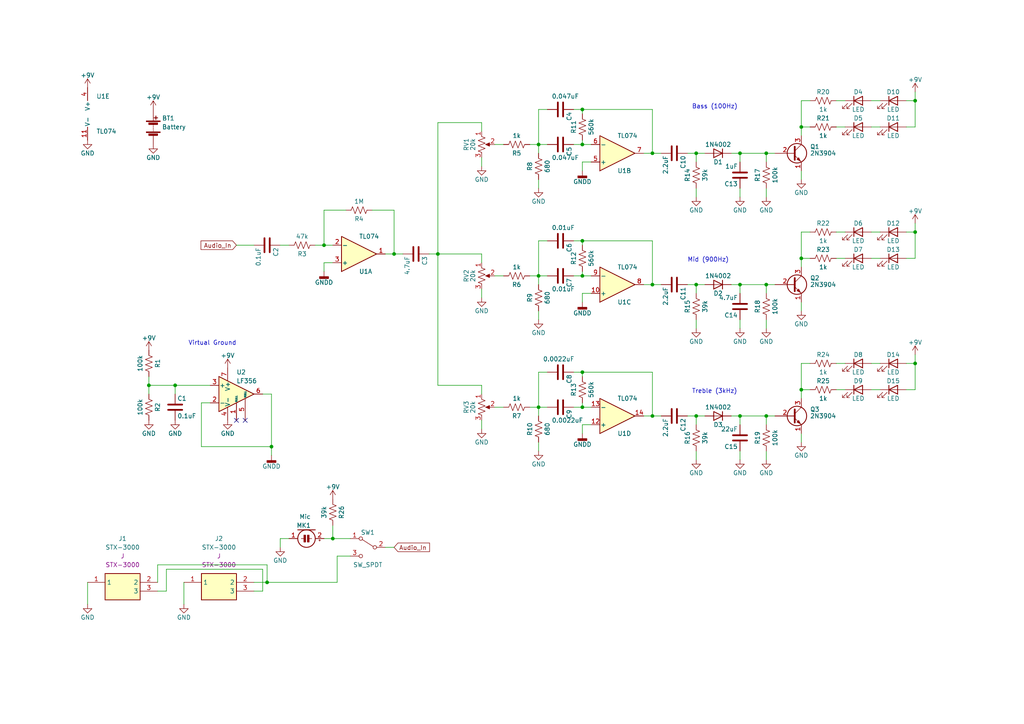
<source format=kicad_sch>
(kicad_sch (version 20211123) (generator eeschema)
  (paper "A4")
  (title_block (title "LED Color Organ") (date "2020-01-24") (rev "A") (company "Jonathan Kayne, AMP Lab") (comment 1 "Original Design by Aaron Cake/Collin Cunningham"))
  (lib_symbols
    (symbol "Amplifier_Operational:LF356" (pin_names (offset 0.127))
      (property "Reference" "U" (at 0 6.35 0))
      (property "Value" "LF356" (at 0 3.81 0))
      (symbol "LF356_0_1"
        (polyline (pts (xy -5.08 5.08) (xy 5.08 0) (xy -5.08 -5.08) (xy -5.08 5.08)) (stroke (width 0.254)) (fill (type background)))
      )
      (symbol "LF356_1_1"
        (pin input line (at 0 -7.62 90) (length 5.08) (name "NULL") (number "1"))
        (pin input line (at -7.62 -2.54 0) (length 2.54) (name "-") (number "2"))
        (pin input line (at -7.62 2.54 0) (length 2.54) (name "+") (number "3"))
        (pin power_in line (at -2.54 -7.62 90) (length 3.81) (name "V-") (number "4"))
        (pin input line (at 2.54 -7.62 90) (length 6.35) (name "NULL") (number "5"))
        (pin output line (at 7.62 0 180) (length 2.54) (name "~") (number "6"))
        (pin power_in line (at -2.54 7.62 270) (length 3.81) (name "V+") (number "7"))
        (pin no_connect line (at 0 2.54 270) (length 2.54) hide (name "NC") (number "8"))
      )
    )
    (symbol "Amplifier_Operational:TL074" (pin_names (offset 0.127))
      (property "Reference" "U" (at 0 5.08 0))
      (property "Value" "TL074" (at 0 -5.08 0))
      (symbol "TL074_1_1"
        (polyline (pts (xy -5.08 5.08) (xy 5.08 0) (xy -5.08 -5.08) (xy -5.08 5.08)) (stroke (width 0.254)) (fill (type background)))
        (pin output line (at 7.62 0 180) (length 2.54) (name "~") (number "1"))
        (pin input line (at -7.62 -2.54 0) (length 2.54) (name "-") (number "2"))
        (pin input line (at -7.62 2.54 0) (length 2.54) (name "+") (number "3"))
      )
      (symbol "TL074_2_1"
        (polyline (pts (xy -5.08 5.08) (xy 5.08 0) (xy -5.08 -5.08) (xy -5.08 5.08)) (stroke (width 0.254)) (fill (type background)))
        (pin input line (at -7.62 2.54 0) (length 2.54) (name "+") (number "5"))
        (pin input line (at -7.62 -2.54 0) (length 2.54) (name "-") (number "6"))
        (pin output line (at 7.62 0 180) (length 2.54) (name "~") (number "7"))
      )
      (symbol "TL074_3_1"
        (polyline (pts (xy -5.08 5.08) (xy 5.08 0) (xy -5.08 -5.08) (xy -5.08 5.08)) (stroke (width 0.254)) (fill (type background)))
        (pin input line (at -7.62 2.54 0) (length 2.54) (name "+") (number "10"))
        (pin output line (at 7.62 0 180) (length 2.54) (name "~") (number "8"))
        (pin input line (at -7.62 -2.54 0) (length 2.54) (name "-") (number "9"))
      )
      (symbol "TL074_4_1"
        (polyline (pts (xy -5.08 5.08) (xy 5.08 0) (xy -5.08 -5.08) (xy -5.08 5.08)) (stroke (width 0.254)) (fill (type background)))
        (pin input line (at -7.62 2.54 0) (length 2.54) (name "+") (number "12"))
        (pin input line (at -7.62 -2.54 0) (length 2.54) (name "-") (number "13"))
        (pin output line (at 7.62 0 180) (length 2.54) (name "~") (number "14"))
      )
      (symbol "TL074_5_1"
        (pin power_in line (at -2.54 -7.62 90) (length 3.81) (name "V-") (number "11"))
        (pin power_in line (at -2.54 7.62 270) (length 3.81) (name "V+") (number "4"))
      )
    )
    (symbol "Device:Battery" (pin_numbers hide) (pin_names (offset 0) hide)
      (property "Reference" "BT" (at 2.54 2.54 0))
      (property "Value" "Battery" (at 2.54 0 0))
      (symbol "Battery_0_1"
        (rectangle (start -2.032 -1.397) (end 2.032 -1.651) (fill (type outline)))
        (rectangle (start -2.032 1.778) (end 2.032 1.524) (fill (type outline)))
        (rectangle (start -1.3208 -1.9812) (end 1.27 -2.4892) (fill (type outline)))
        (rectangle (start -1.3208 1.1938) (end 1.27 0.6858) (fill (type outline)))
        (polyline (pts (xy 0 -1.524) (xy 0 -1.27)))
        (polyline (pts (xy 0 -1.016) (xy 0 -0.762)))
        (polyline (pts (xy 0 -0.508) (xy 0 -0.254)))
        (polyline (pts (xy 0 0) (xy 0 0.254)))
        (polyline (pts (xy 0 0.508) (xy 0 0.762)))
        (polyline (pts (xy 0 1.778) (xy 0 2.54)))
        (polyline (pts (xy 0.254 2.667) (xy 1.27 2.667)) (stroke (width 0.254)))
        (polyline (pts (xy 0.762 3.175) (xy 0.762 2.159)) (stroke (width 0.254)))
      )
      (symbol "Battery_1_1"
        (pin passive line (at 0 5.08 270) (length 2.54) (name "+") (number "1"))
        (pin passive line (at 0 -5.08 90) (length 2.54) (name "-") (number "2"))
      )
    )
    (symbol "Device:C" (pin_numbers hide) (pin_names (offset 0.254))
      (property "Reference" "C" (at 0.635 2.54 0))
      (property "Value" "C" (at 0.635 -2.54 0))
      (symbol "C_0_1"
        (polyline (pts (xy -2.032 -0.762) (xy 2.032 -0.762)) (stroke (width 0.508)))
        (polyline (pts (xy -2.032 0.762) (xy 2.032 0.762)) (stroke (width 0.508)))
      )
      (symbol "C_1_1"
        (pin passive line (at 0 3.81 270) (length 2.794) (name "~") (number "1"))
        (pin passive line (at 0 -3.81 90) (length 2.794) (name "~") (number "2"))
      )
    )
    (symbol "Device:LED" (pin_numbers hide) (pin_names (offset 1.016) hide)
      (property "Reference" "D" (at 0 2.54 0))
      (property "Value" "LED" (at 0 -2.54 0))
      (symbol "LED_0_1"
        (polyline (pts (xy -1.27 -1.27) (xy -1.27 1.27)) (stroke (width 0.254)))
        (polyline (pts (xy -1.27 0) (xy 1.27 0)))
        (polyline (pts (xy 1.27 -1.27) (xy 1.27 1.27) (xy -1.27 0) (xy 1.27 -1.27)) (stroke (width 0.254)))
        (polyline (pts (xy -3.048 -0.762) (xy -4.572 -2.286) (xy -3.81 -2.286) (xy -4.572 -2.286) (xy -4.572 -1.524)))
        (polyline (pts (xy -1.778 -0.762) (xy -3.302 -2.286) (xy -2.54 -2.286) (xy -3.302 -2.286) (xy -3.302 -1.524)))
      )
      (symbol "LED_1_1"
        (pin passive line (at -3.81 0 0) (length 2.54) (name "K") (number "1"))
        (pin passive line (at 3.81 0 180) (length 2.54) (name "A") (number "2"))
      )
    )
    (symbol "Device:Microphone_Condenser" (pin_names (offset 0.0254) hide)
      (property "Reference" "MK" (at -3.302 1.27 0))
      (property "Value" "Microphone_Condenser" (at -3.302 -0.635 0))
      (symbol "Microphone_Condenser_0_1"
        (polyline (pts (xy -2.54 2.54) (xy -2.54 -2.54)) (stroke (width 0.254)))
        (polyline (pts (xy 0 -0.762) (xy 0 -1.524)))
        (polyline (pts (xy 0 0.762) (xy 0 1.524)))
        (polyline (pts (xy 0.254 3.81) (xy 0.762 3.81)))
        (polyline (pts (xy 0.508 4.064) (xy 0.508 3.556)))
        (circle (center 0 0) (radius 2.54) (stroke (width 0.254)))
        (rectangle (start 1.016 -0.254) (end -1.016 -0.762) (fill (type outline)))
        (rectangle (start 1.016 0.762) (end -1.016 0.254) (fill (type outline)))
      )
      (symbol "Microphone_Condenser_1_1"
        (pin passive line (at 0 -5.08 90) (length 2.54) (name "-") (number "1"))
        (pin passive line (at 0 5.08 270) (length 2.54) (name "+") (number "2"))
      )
    )
    (symbol "Device:R_US" (pin_numbers hide) (pin_names (offset 0))
      (property "Reference" "R" (at 2.54 0 90))
      (property "Value" "R_US" (at -2.54 0 90))
      (symbol "R_US_0_1"
        (polyline (pts (xy 0 -2.286) (xy 0 -2.54)))
        (polyline (pts (xy 0 2.286) (xy 0 2.54)))
        (polyline (pts (xy 0 -0.762) (xy 1.016 -1.143) (xy 0 -1.524) (xy -1.016 -1.905) (xy 0 -2.286)))
        (polyline (pts (xy 0 0.762) (xy 1.016 0.381) (xy 0 0) (xy -1.016 -0.381) (xy 0 -0.762)))
        (polyline (pts (xy 0 2.286) (xy 1.016 1.905) (xy 0 1.524) (xy -1.016 1.143) (xy 0 0.762)))
      )
      (symbol "R_US_1_1"
        (pin passive line (at 0 3.81 270) (length 1.27) (name "~") (number "1"))
        (pin passive line (at 0 -3.81 90) (length 1.27) (name "~") (number "2"))
      )
    )
    (symbol "Diode:1N4002" (pin_numbers hide) (pin_names (offset 1.016) hide)
      (property "Reference" "D" (at 0 2.54 0))
      (property "Value" "1N4002" (at 0 -2.54 0))
      (symbol "1N4002_0_1"
        (polyline (pts (xy -1.27 1.27) (xy -1.27 -1.27)) (stroke (width 0.254)))
        (polyline (pts (xy 1.27 0) (xy -1.27 0)))
        (polyline (pts (xy 1.27 1.27) (xy 1.27 -1.27) (xy -1.27 0) (xy 1.27 1.27)) (stroke (width 0.254)))
      )
      (symbol "1N4002_1_1"
        (pin passive line (at -3.81 0 0) (length 2.54) (name "K") (number "1"))
        (pin passive line (at 3.81 0 180) (length 2.54) (name "A") (number "2"))
      )
    )
    (symbol "LED-Color-Organ-rescue:R_POT_US-Device" (pin_names (offset 1.016) hide)
      (property "Reference" "RV" (at -4.445 0 90))
      (property "Value" "R_POT_US-Device" (at -2.54 0 90))
      (symbol "R_POT_US-Device_0_1"
        (polyline (pts (xy 0 -2.286) (xy 0 -2.54)))
        (polyline (pts (xy 0 2.54) (xy 0 2.286)))
        (polyline (pts (xy 2.54 0) (xy 1.524 0)))
        (polyline (pts (xy 1.143 0) (xy 2.286 0.508) (xy 2.286 -0.508) (xy 1.143 0)) (fill (type outline)))
        (polyline (pts (xy 0 -0.762) (xy 1.016 -1.143) (xy 0 -1.524) (xy -1.016 -1.905) (xy 0 -2.286)))
        (polyline (pts (xy 0 0.762) (xy 1.016 0.381) (xy 0 0) (xy -1.016 -0.381) (xy 0 -0.762)))
        (polyline (pts (xy 0 2.286) (xy 1.016 1.905) (xy 0 1.524) (xy -1.016 1.143) (xy 0 0.762)))
      )
      (symbol "R_POT_US-Device_1_1"
        (pin passive line (at 0 3.81 270) (length 1.27) (name "1") (number "1"))
        (pin passive line (at 3.81 0 180) (length 1.27) (name "2") (number "2"))
        (pin passive line (at 0 -3.81 90) (length 1.27) (name "3") (number "3"))
      )
    )
    (symbol "STX-3000:STX-3000"
      (property "Value" "STX-3000" (at 0 0 0))
      (property "Reference_1" "J" (at 16.51 7.62 0))
      (property "Value_1" "STX-3000" (at 16.51 5.08 0))
      (symbol "STX-3000_1_1"
        (rectangle (start 5.08 2.54) (end 15.24 -5.08) (stroke (width 0.254)) (fill (type background)))
        (pin passive line (at 0 0 0) (length 5.08) (name "1") (number "1"))
        (pin passive line (at 20.32 0 180) (length 5.08) (name "2") (number "2"))
        (pin passive line (at 20.32 -2.54 180) (length 5.08) (name "3") (number "3"))
      )
    )
    (symbol "Switch:SW_SPDT" (pin_names (offset 0) hide)
      (property "Reference" "SW" (at 0 4.318 0))
      (property "Value" "SW_SPDT" (at 0 -5.08 0))
      (symbol "SW_SPDT_0_0"
        (circle (center -2.032 0) (radius 0.508))
        (circle (center 2.032 -2.54) (radius 0.508))
      )
      (symbol "SW_SPDT_0_1"
        (polyline (pts (xy -1.524 0.254) (xy 1.651 2.286)))
        (circle (center 2.032 2.54) (radius 0.508))
      )
      (symbol "SW_SPDT_1_1"
        (pin passive line (at 5.08 2.54 180) (length 2.54) (name "A") (number "1"))
        (pin passive line (at -5.08 0 0) (length 2.54) (name "B") (number "2"))
        (pin passive line (at 5.08 -2.54 180) (length 2.54) (name "C") (number "3"))
      )
    )
    (symbol "Transistor_BJT:2N3904" (pin_names (offset 0) hide)
      (property "Reference" "Q" (at 5.08 1.905 0))
      (property "Value" "2N3904" (at 5.08 0 0))
      (symbol "2N3904_0_1"
        (polyline (pts (xy 0.635 0.635) (xy 2.54 2.54)))
        (polyline (pts (xy 0.635 -0.635) (xy 2.54 -2.54) (xy 2.54 -2.54)))
        (polyline (pts (xy 0.635 1.905) (xy 0.635 -1.905) (xy 0.635 -1.905)) (stroke (width 0.508)))
        (polyline (pts (xy 1.27 -1.778) (xy 1.778 -1.27) (xy 2.286 -2.286) (xy 1.27 -1.778) (xy 1.27 -1.778)) (fill (type outline)))
        (circle (center 1.27 0) (radius 2.8194) (stroke (width 0.254)))
      )
      (symbol "2N3904_1_1"
        (pin passive line (at 2.54 -5.08 90) (length 2.54) (name "E") (number "1"))
        (pin passive line (at -5.08 0 0) (length 5.715) (name "B") (number "2"))
        (pin passive line (at 2.54 5.08 270) (length 2.54) (name "C") (number "3"))
      )
    )
    (symbol "power:+9V" (power) (pin_names (offset 0))
      (property "Value" "+9V" (at 0 3.556 0))
      (symbol "+9V_0_1"
        (polyline (pts (xy -0.762 1.27) (xy 0 2.54)))
        (polyline (pts (xy 0 0) (xy 0 2.54)))
        (polyline (pts (xy 0 2.54) (xy 0.762 1.27)))
      )
      (symbol "+9V_1_1"
        (pin power_in line (at 0 0 90) (length 0) hide (name "+9V") (number "1"))
      )
    )
    (symbol "power:GND" (power) (pin_names (offset 0))
      (property "Value" "GND" (at 0 -3.81 0))
      (symbol "GND_0_1"
        (polyline (pts (xy 0 0) (xy 0 -1.27) (xy 1.27 -1.27) (xy 0 -2.54) (xy -1.27 -1.27) (xy 0 -1.27)))
      )
      (symbol "GND_1_1"
        (pin power_in line (at 0 0 270) (length 0) hide (name "GND") (number "1"))
      )
    )
    (symbol "power:GNDD" (power) (pin_names (offset 0))
      (property "Value" "GNDD" (at 0 -3.175 0))
      (symbol "GNDD_0_1"
        (rectangle (start -1.27 -1.524) (end 1.27 -2.032) (stroke (width 0.254)) (fill (type outline)))
        (polyline (pts (xy 0 0) (xy 0 -1.524)))
      )
      (symbol "GNDD_1_1"
        (pin power_in line (at 0 0 270) (length 0) hide (name "GNDD") (number "1"))
      )
    )
  )
  (junction (at 78.74 129.54))
  (junction (at 189.23 120.65))
  (junction (at 77.47 168.91))
  (junction (at 156.21 80.01))
  (junction (at 201.93 120.65))
  (junction (at 168.91 41.91))
  (junction (at 50.8 111.76))
  (junction (at 265.43 67.31))
  (junction (at 114.3 73.66))
  (junction (at 168.91 31.75))
  (junction (at 168.91 69.85))
  (junction (at 222.25 120.65))
  (junction (at 189.23 44.45))
  (junction (at 265.43 105.41))
  (junction (at 222.25 44.45))
  (junction (at 168.91 118.11))
  (junction (at 168.91 107.95))
  (junction (at 201.93 82.55))
  (junction (at 265.43 29.21))
  (junction (at 96.52 156.21))
  (junction (at 127 73.66))
  (junction (at 214.63 120.65))
  (junction (at 222.25 82.55))
  (junction (at 232.41 113.03))
  (junction (at 201.93 44.45))
  (junction (at 232.41 36.83))
  (junction (at 214.63 44.45))
  (junction (at 189.23 82.55))
  (junction (at 156.21 41.91))
  (junction (at 232.41 74.93))
  (junction (at 43.18 111.76))
  (junction (at 168.91 80.01))
  (junction (at 214.63 82.55))
  (junction (at 156.21 118.11))
  (junction (at 93.98 71.12))
  (no_connect (at 71.12 121.92))
  (no_connect (at 68.58 121.92))
  (wire (pts (xy 153.67 41.91) (xy 156.21 41.91)))
  (wire (pts (xy 214.63 82.55) (xy 222.25 82.55)))
  (wire (pts (xy 265.43 74.93) (xy 262.89 74.93)))
  (wire (pts (xy 139.7 48.26) (xy 139.7 45.72)))
  (wire (pts (xy 242.57 67.31) (xy 245.11 67.31)))
  (wire (pts (xy 265.43 26.67) (xy 265.43 29.21)))
  (wire (pts (xy 232.41 67.31) (xy 234.95 67.31)))
  (wire (pts (xy 234.95 36.83) (xy 232.41 36.83)))
  (wire (pts (xy 255.27 74.93) (xy 252.73 74.93)))
  (wire (pts (xy 139.7 86.36) (xy 139.7 83.82)))
  (wire (pts (xy 232.41 77.47) (xy 232.41 74.93)))
  (wire (pts (xy 168.91 85.09) (xy 171.45 85.09)))
  (wire (pts (xy 93.98 156.21) (xy 96.52 156.21)))
  (wire (pts (xy 168.91 80.01) (xy 171.45 80.01)))
  (wire (pts (xy 139.7 111.76) (xy 127 111.76)))
  (wire (pts (xy 189.23 120.65) (xy 189.23 107.95)))
  (wire (pts (xy 186.69 82.55) (xy 189.23 82.55)))
  (wire (pts (xy 232.41 29.21) (xy 234.95 29.21)))
  (wire (pts (xy 232.41 36.83) (xy 232.41 29.21)))
  (wire (pts (xy 96.52 156.21) (xy 101.6 156.21)))
  (wire (pts (xy 232.41 113.03) (xy 232.41 105.41)))
  (wire (pts (xy 199.39 44.45) (xy 201.93 44.45)))
  (wire (pts (xy 100.33 60.96) (xy 93.98 60.96)))
  (wire (pts (xy 265.43 113.03) (xy 262.89 113.03)))
  (wire (pts (xy 168.91 118.11) (xy 171.45 118.11)))
  (wire (pts (xy 199.39 120.65) (xy 201.93 120.65)))
  (wire (pts (xy 234.95 74.93) (xy 232.41 74.93)))
  (wire (pts (xy 77.47 163.83) (xy 77.47 168.91)))
  (wire (pts (xy 265.43 64.77) (xy 265.43 67.31)))
  (wire (pts (xy 156.21 54.61) (xy 156.21 52.07)))
  (wire (pts (xy 189.23 69.85) (xy 168.91 69.85)))
  (wire (pts (xy 166.37 31.75) (xy 168.91 31.75)))
  (wire (pts (xy 222.25 95.25) (xy 222.25 92.71)))
  (wire (pts (xy 156.21 118.11) (xy 158.75 118.11)))
  (wire (pts (xy 222.25 82.55) (xy 224.79 82.55)))
  (wire (pts (xy 214.63 120.65) (xy 214.63 123.19)))
  (wire (pts (xy 201.93 85.09) (xy 201.93 82.55)))
  (wire (pts (xy 232.41 39.37) (xy 232.41 36.83)))
  (wire (pts (xy 156.21 69.85) (xy 158.75 69.85)))
  (wire (pts (xy 201.93 46.99) (xy 201.93 44.45)))
  (wire (pts (xy 214.63 95.25) (xy 214.63 92.71)))
  (wire (pts (xy 139.7 124.46) (xy 139.7 121.92)))
  (wire (pts (xy 78.74 132.08) (xy 78.74 129.54)))
  (wire (pts (xy 168.91 123.19) (xy 171.45 123.19)))
  (wire (pts (xy 139.7 73.66) (xy 127 73.66)))
  (wire (pts (xy 50.8 114.3) (xy 50.8 111.76)))
  (wire (pts (xy 265.43 67.31) (xy 265.43 74.93)))
  (wire (pts (xy 232.41 90.17) (xy 232.41 87.63)))
  (wire (pts (xy 93.98 60.96) (xy 93.98 71.12)))
  (wire (pts (xy 242.57 105.41) (xy 245.11 105.41)))
  (wire (pts (xy 156.21 120.65) (xy 156.21 118.11)))
  (wire (pts (xy 201.93 82.55) (xy 204.47 82.55)))
  (wire (pts (xy 222.25 82.55) (xy 222.25 85.09)))
  (wire (pts (xy 232.41 128.27) (xy 232.41 125.73)))
  (wire (pts (xy 53.34 168.91) (xy 53.34 175.26)))
  (wire (pts (xy 214.63 82.55) (xy 214.63 85.09)))
  (wire (pts (xy 156.21 41.91) (xy 158.75 41.91)))
  (wire (pts (xy 189.23 82.55) (xy 189.23 69.85)))
  (wire (pts (xy 156.21 80.01) (xy 156.21 69.85)))
  (wire (pts (xy 48.26 171.45) (xy 48.26 165.1)))
  (wire (pts (xy 68.58 71.12) (xy 73.66 71.12)))
  (wire (pts (xy 50.8 111.76) (xy 43.18 111.76)))
  (wire (pts (xy 245.11 36.83) (xy 242.57 36.83)))
  (wire (pts (xy 214.63 120.65) (xy 222.25 120.65)))
  (wire (pts (xy 201.93 44.45) (xy 204.47 44.45)))
  (wire (pts (xy 222.25 44.45) (xy 224.79 44.45)))
  (wire (pts (xy 78.74 129.54) (xy 78.74 114.3)))
  (wire (pts (xy 139.7 38.1) (xy 139.7 35.56)))
  (wire (pts (xy 45.72 163.83) (xy 77.47 163.83)))
  (wire (pts (xy 212.09 82.55) (xy 214.63 82.55)))
  (wire (pts (xy 222.25 120.65) (xy 222.25 123.19)))
  (wire (pts (xy 60.96 111.76) (xy 50.8 111.76)))
  (wire (pts (xy 262.89 29.21) (xy 265.43 29.21)))
  (wire (pts (xy 97.79 161.29) (xy 101.6 161.29)))
  (wire (pts (xy 166.37 69.85) (xy 168.91 69.85)))
  (wire (pts (xy 166.37 107.95) (xy 168.91 107.95)))
  (wire (pts (xy 156.21 80.01) (xy 158.75 80.01)))
  (wire (pts (xy 262.89 67.31) (xy 265.43 67.31)))
  (wire (pts (xy 255.27 36.83) (xy 252.73 36.83)))
  (wire (pts (xy 265.43 102.87) (xy 265.43 105.41)))
  (wire (pts (xy 252.73 67.31) (xy 255.27 67.31)))
  (wire (pts (xy 93.98 71.12) (xy 91.44 71.12)))
  (wire (pts (xy 58.42 116.84) (xy 58.42 129.54)))
  (wire (pts (xy 168.91 40.64) (xy 168.91 41.91)))
  (wire (pts (xy 189.23 120.65) (xy 191.77 120.65)))
  (wire (pts (xy 76.2 171.45) (xy 73.66 171.45)))
  (wire (pts (xy 201.93 95.25) (xy 201.93 92.71)))
  (wire (pts (xy 212.09 120.65) (xy 214.63 120.65)))
  (wire (pts (xy 77.47 168.91) (xy 97.79 168.91)))
  (wire (pts (xy 168.91 41.91) (xy 171.45 41.91)))
  (wire (pts (xy 168.91 78.74) (xy 168.91 80.01)))
  (wire (pts (xy 48.26 165.1) (xy 76.2 165.1)))
  (wire (pts (xy 153.67 80.01) (xy 156.21 80.01)))
  (wire (pts (xy 212.09 44.45) (xy 214.63 44.45)))
  (wire (pts (xy 166.37 41.91) (xy 168.91 41.91)))
  (wire (pts (xy 265.43 105.41) (xy 265.43 113.03)))
  (wire (pts (xy 255.27 113.03) (xy 252.73 113.03)))
  (wire (pts (xy 76.2 165.1) (xy 76.2 171.45)))
  (wire (pts (xy 168.91 49.53) (xy 168.91 46.99)))
  (wire (pts (xy 168.91 69.85) (xy 168.91 71.12)))
  (wire (pts (xy 139.7 76.2) (xy 139.7 73.66)))
  (wire (pts (xy 143.51 41.91) (xy 146.05 41.91)))
  (wire (pts (xy 156.21 82.55) (xy 156.21 80.01)))
  (wire (pts (xy 245.11 74.93) (xy 242.57 74.93)))
  (wire (pts (xy 96.52 71.12) (xy 93.98 71.12)))
  (wire (pts (xy 186.69 44.45) (xy 189.23 44.45)))
  (wire (pts (xy 156.21 118.11) (xy 156.21 107.95)))
  (wire (pts (xy 214.63 44.45) (xy 214.63 46.99)))
  (wire (pts (xy 222.25 133.35) (xy 222.25 130.81)))
  (wire (pts (xy 143.51 80.01) (xy 146.05 80.01)))
  (wire (pts (xy 58.42 129.54) (xy 78.74 129.54)))
  (wire (pts (xy 93.98 78.74) (xy 93.98 76.2)))
  (wire (pts (xy 232.41 115.57) (xy 232.41 113.03)))
  (wire (pts (xy 60.96 116.84) (xy 58.42 116.84)))
  (wire (pts (xy 201.93 120.65) (xy 204.47 120.65)))
  (wire (pts (xy 139.7 114.3) (xy 139.7 111.76)))
  (wire (pts (xy 156.21 41.91) (xy 156.21 31.75)))
  (wire (pts (xy 156.21 44.45) (xy 156.21 41.91)))
  (wire (pts (xy 156.21 92.71) (xy 156.21 90.17)))
  (wire (pts (xy 201.93 123.19) (xy 201.93 120.65)))
  (wire (pts (xy 265.43 36.83) (xy 262.89 36.83)))
  (wire (pts (xy 168.91 46.99) (xy 171.45 46.99)))
  (wire (pts (xy 139.7 35.56) (xy 127 35.56)))
  (wire (pts (xy 232.41 52.07) (xy 232.41 49.53)))
  (wire (pts (xy 189.23 31.75) (xy 168.91 31.75)))
  (wire (pts (xy 189.23 44.45) (xy 189.23 31.75)))
  (wire (pts (xy 78.74 114.3) (xy 76.2 114.3)))
  (wire (pts (xy 214.63 133.35) (xy 214.63 130.81)))
  (wire (pts (xy 262.89 105.41) (xy 265.43 105.41)))
  (wire (pts (xy 153.67 118.11) (xy 156.21 118.11)))
  (wire (pts (xy 156.21 130.81) (xy 156.21 128.27)))
  (wire (pts (xy 214.63 44.45) (xy 222.25 44.45)))
  (wire (pts (xy 189.23 82.55) (xy 191.77 82.55)))
  (wire (pts (xy 234.95 113.03) (xy 232.41 113.03)))
  (wire (pts (xy 166.37 80.01) (xy 168.91 80.01)))
  (wire (pts (xy 252.73 29.21) (xy 255.27 29.21)))
  (wire (pts (xy 127 35.56) (xy 127 73.66)))
  (wire (pts (xy 43.18 114.3) (xy 43.18 111.76)))
  (wire (pts (xy 114.3 158.75) (xy 111.76 158.75)))
  (wire (pts (xy 96.52 152.4) (xy 96.52 156.21)))
  (wire (pts (xy 245.11 113.03) (xy 242.57 113.03)))
  (wire (pts (xy 186.69 120.65) (xy 189.23 120.65)))
  (wire (pts (xy 81.28 156.21) (xy 83.82 156.21)))
  (wire (pts (xy 45.72 168.91) (xy 45.72 163.83)))
  (wire (pts (xy 242.57 29.21) (xy 245.11 29.21)))
  (wire (pts (xy 156.21 107.95) (xy 158.75 107.95)))
  (wire (pts (xy 168.91 31.75) (xy 168.91 33.02)))
  (wire (pts (xy 127 73.66) (xy 127 111.76)))
  (wire (pts (xy 189.23 107.95) (xy 168.91 107.95)))
  (wire (pts (xy 199.39 82.55) (xy 201.93 82.55)))
  (wire (pts (xy 168.91 125.73) (xy 168.91 123.19)))
  (wire (pts (xy 93.98 76.2) (xy 96.52 76.2)))
  (wire (pts (xy 232.41 74.93) (xy 232.41 67.31)))
  (wire (pts (xy 189.23 44.45) (xy 191.77 44.45)))
  (wire (pts (xy 114.3 73.66) (xy 111.76 73.66)))
  (wire (pts (xy 232.41 105.41) (xy 234.95 105.41)))
  (wire (pts (xy 97.79 168.91) (xy 97.79 161.29)))
  (wire (pts (xy 222.25 44.45) (xy 222.25 46.99)))
  (wire (pts (xy 124.46 73.66) (xy 127 73.66)))
  (wire (pts (xy 168.91 107.95) (xy 168.91 109.22)))
  (wire (pts (xy 77.47 168.91) (xy 73.66 168.91)))
  (wire (pts (xy 156.21 31.75) (xy 158.75 31.75)))
  (wire (pts (xy 265.43 29.21) (xy 265.43 36.83)))
  (wire (pts (xy 83.82 71.12) (xy 81.28 71.12)))
  (wire (pts (xy 25.4 168.91) (xy 25.4 175.26)))
  (wire (pts (xy 201.93 133.35) (xy 201.93 130.81)))
  (wire (pts (xy 107.95 60.96) (xy 114.3 60.96)))
  (wire (pts (xy 45.72 171.45) (xy 48.26 171.45)))
  (wire (pts (xy 168.91 87.63) (xy 168.91 85.09)))
  (wire (pts (xy 222.25 120.65) (xy 224.79 120.65)))
  (wire (pts (xy 143.51 118.11) (xy 146.05 118.11)))
  (wire (pts (xy 168.91 116.84) (xy 168.91 118.11)))
  (wire (pts (xy 201.93 57.15) (xy 201.93 54.61)))
  (wire (pts (xy 252.73 105.41) (xy 255.27 105.41)))
  (wire (pts (xy 214.63 57.15) (xy 214.63 54.61)))
  (wire (pts (xy 43.18 111.76) (xy 43.18 109.22)))
  (wire (pts (xy 81.28 158.75) (xy 81.28 156.21)))
  (wire (pts (xy 166.37 118.11) (xy 168.91 118.11)))
  (wire (pts (xy 116.84 73.66) (xy 114.3 73.66)))
  (wire (pts (xy 114.3 60.96) (xy 114.3 73.66)))
  (wire (pts (xy 222.25 57.15) (xy 222.25 54.61)))
  (text "Virtual Ground" (at 54.61 100.33 0) (effects (font (size 1.27 1.27)) (justify left bottom)))
  (text "Bass (100Hz)" (at 200.66 31.75 0) (effects (font (size 1.27 1.27)) (justify left bottom)))
  (text "Mid (900Hz)" (at 199.39 76.2 0) (effects (font (size 1.27 1.27)) (justify left bottom)))
  (text "Treble (3kHz)" (at 200.66 114.3 0) (effects (font (size 1.27 1.27)) (justify left bottom)))
  (global_label "Audio_In" (shape input) (at 68.58 71.12 180) (property "Intersheet References" "${INTERSHEET_REFS}" (effects hide)))
  (global_label "Audio_In" (shape input) (at 114.3 158.75 0) (property "Intersheet References" "${INTERSHEET_REFS}" (effects hide)))
  (symbol (lib_id "Amplifier_Operational:TL074") (at 104.14 73.66 0) (mirror x) (unit 1)
    (property "Reference" "U1" (at 104.14 78.74 0) (effects (justify left)))
    (property "Value" "TL074" (at 104.14 68.58 0) (effects (justify left)))
    (property "Footprint" "ColorOrgan:DIP-14_labeled" (effects hide))
    (property "Datasheet" "http://www.ti.com/lit/ds/symlink/tl071.pdf" (effects hide))
    (property "Digikey PN" "296-1777-ND" (effects hide))
    (property "Price" "$0.571" (effects hide))
  )
  (symbol (lib_id "Device:R_US") (at 104.14 60.96 270) (unit 1)
    (property "Reference" "R4" (at 104.14 63.5 90))
    (property "Value" "1M" (at 104.14 58.42 90))
    (property "Footprint" "ColorOrgan:R_Combo" (effects hide))
    (property "Digikey PN" "CF18JT1M00CT-ND" (effects hide))
    (property "Price" "$0.05" (effects hide))
  )
  (symbol (lib_id "Device:R_US") (at 87.63 71.12 270) (unit 1)
    (property "Reference" "R3" (at 87.63 73.66 90))
    (property "Value" "47k" (at 87.63 68.58 90))
    (property "Footprint" "ColorOrgan:R_Combo" (effects hide))
    (property "Digikey PN" "S47KQCT-ND" (effects hide))
    (property "Price" "$0.05" (effects hide))
  )
  (symbol (lib_id "Device:C") (at 77.47 71.12 270) (unit 1)
    (property "Reference" "C2" (at 80.01 71.755 0) (effects (justify left)))
    (property "Value" "0.1uF" (at 74.93 71.755 0) (effects (justify left)))
    (property "Footprint" "ColorOrgan:C_Disc_D4.3mm_W1.9mm_P5.00mm_Handsolder" (effects hide))
    (property "Digikey PN" "399-9877-1-ND" (effects hide))
    (property "Price" "$0.173" (effects hide))
  )
  (symbol (lib_id "Device:C") (at 120.65 73.66 270) (unit 1)
    (property "Reference" "C3" (at 123.19 74.295 0) (effects (justify left)))
    (property "Value" "4.7uF" (at 118.11 74.295 0) (effects (justify left)))
    (property "Footprint" "ColorOrgan:C_Disc_D4.3mm_W1.9mm_P5.00mm_Handsolder" (effects hide))
    (property "Digikey PN" "445-173577-1-ND" (effects hide))
    (property "Price" "$0.30" (effects hide))
  )
  (symbol (lib_id "power:GNDD") (at 93.98 78.74 0) (unit 1)
    (property "Reference" "#PWR09" (effects hide))
    (property "Value" "GNDD" (at 93.98 81.915 0))
  )
  (symbol (lib_id "LED-Color-Organ-rescue:R_POT_US-Device") (at 139.7 80.01 0) (unit 1)
    (property "Reference" "RV2" (at 135.255 80.01 90))
    (property "Value" "20k" (at 137.16 80.01 90))
    (property "Footprint" "ColorOrgan:POT_Bourns_3306F" (effects hide))
    (property "Digikey PN" "3306F-203-ND" (effects hide))
    (property "Price" "$0.40" (effects hide))
  )
  (symbol (lib_id "Device:R_US") (at 149.86 80.01 270) (unit 1)
    (property "Reference" "R6" (at 149.86 82.55 90))
    (property "Value" "1k" (at 149.86 77.47 90))
    (property "Footprint" "ColorOrgan:R_Combo" (effects hide))
    (property "Digikey PN" "CF18JT1K00CT-ND" (effects hide))
    (property "Price" "$0.05" (effects hide))
  )
  (symbol (lib_id "Device:R_US") (at 156.21 86.36 180) (unit 1)
    (property "Reference" "R9" (at 153.67 86.36 90))
    (property "Value" "680" (at 158.75 86.36 90))
    (property "Footprint" "ColorOrgan:R_Combo" (effects hide))
    (property "Digikey PN" "CF18JT680RCT-ND" (effects hide))
    (property "Price" "$0.05" (effects hide))
  )
  (symbol (lib_id "Device:C") (at 162.56 80.01 270) (unit 1)
    (property "Reference" "C7" (at 165.1 80.645 0) (effects (justify left)))
    (property "Value" "0.01uF" (at 160.02 83.82 90) (effects (justify left)))
    (property "Footprint" "ColorOrgan:C_Disc_D4.3mm_W1.9mm_P5.00mm_Handsolder" (effects hide))
    (property "Digikey PN" "445-173384-1-ND" (effects hide))
    (property "Price" "$0.225" (effects hide))
  )
  (symbol (lib_id "Device:R_US") (at 168.91 74.93 180) (unit 1)
    (property "Reference" "R12" (at 166.37 74.93 90))
    (property "Value" "560k" (at 171.45 74.93 90))
    (property "Footprint" "ColorOrgan:R_Combo" (effects hide))
    (property "Digikey PN" "CF18JT560KCT-ND" (effects hide))
    (property "Price" "$0.05" (effects hide))
  )
  (symbol (lib_id "Device:C") (at 162.56 69.85 270) (unit 1)
    (property "Reference" "C6" (at 165.1 70.485 0) (effects (justify left)))
    (property "Value" "0.01uF" (at 160.02 66.04 90) (effects (justify left)))
    (property "Footprint" "ColorOrgan:C_Disc_D4.3mm_W1.9mm_P5.00mm_Handsolder" (effects hide))
    (property "Digikey PN" "445-173384-1-ND" (effects hide))
    (property "Price" "$0.225" (effects hide))
  )
  (symbol (lib_id "power:GNDD") (at 168.91 87.63 0) (unit 1)
    (property "Reference" "#PWR017" (effects hide))
    (property "Value" "GNDD" (at 168.91 90.805 0))
  )
  (symbol (lib_id "power:GND") (at 139.7 86.36 0) (unit 1)
    (property "Reference" "#PWR011" (effects hide))
    (property "Value" "GND" (at 139.7 90.17 0))
  )
  (symbol (lib_id "power:GND") (at 156.21 92.71 0) (unit 1)
    (property "Reference" "#PWR014" (effects hide))
    (property "Value" "GND" (at 156.21 96.52 0))
  )
  (symbol (lib_id "Device:C") (at 195.58 82.55 270) (unit 1)
    (property "Reference" "C11" (at 198.12 83.185 0) (effects (justify left)))
    (property "Value" "2.2uF" (at 193.04 83.185 0) (effects (justify left)))
    (property "Footprint" "ColorOrgan:C_Disc_D4.3mm_W1.9mm_P5.00mm_Handsolder" (effects hide))
    (property "Digikey PN" "445-173575-1-ND" (effects hide))
    (property "Price" "$0.25" (effects hide))
  )
  (symbol (lib_id "Device:R_US") (at 201.93 88.9 180) (unit 1)
    (property "Reference" "R15" (at 199.39 88.9 90))
    (property "Value" "39k" (at 204.47 88.9 90))
    (property "Footprint" "ColorOrgan:R_Combo" (effects hide))
    (property "Digikey PN" "CF18JT39K0CT-ND" (effects hide))
    (property "Price" "$0.05" (effects hide))
  )
  (symbol (lib_id "Diode:1N4002") (at 208.28 82.55 180) (unit 1)
    (property "Reference" "D2" (at 208.28 85.09 0))
    (property "Value" "1N4002" (at 208.28 80.01 0))
    (property "Footprint" "ColorOrgan:D_DO-41_SOD81_P10.16mm_Horizontal_HandSolder" (effects hide))
    (property "Datasheet" "http://www.vishay.com/docs/88503/1n4001.pdf" (effects hide))
    (property "Digikey PN" "1N4002-TPMSCT-ND" (effects hide))
    (property "Price" "$0.115" (effects hide))
  )
  (symbol (lib_id "Device:C") (at 214.63 88.9 180) (unit 1)
    (property "Reference" "C14" (at 213.995 91.44 0) (effects (justify left)))
    (property "Value" "4.7uF" (at 213.995 86.36 0) (effects (justify left)))
    (property "Footprint" "ColorOrgan:C_Disc_D4.3mm_W1.9mm_P5.00mm_Handsolder" (effects hide))
    (property "Digikey PN" "445-173577-1-ND" (effects hide))
    (property "Price" "$0.30" (effects hide))
  )
  (symbol (lib_id "Device:R_US") (at 222.25 88.9 180) (unit 1)
    (property "Reference" "R18" (at 219.71 88.9 90))
    (property "Value" "100k" (at 224.79 88.9 90))
    (property "Footprint" "ColorOrgan:R_Combo" (effects hide))
    (property "Digikey PN" "CF18JT100KCT-ND" (effects hide))
    (property "Price" "$0.05" (effects hide))
  )
  (symbol (lib_id "power:GND") (at 201.93 95.25 0) (unit 1)
    (property "Reference" "#PWR020" (effects hide))
    (property "Value" "GND" (at 201.93 99.06 0))
  )
  (symbol (lib_id "power:GND") (at 214.63 95.25 0) (unit 1)
    (property "Reference" "#PWR023" (effects hide))
    (property "Value" "GND" (at 214.63 99.06 0))
  )
  (symbol (lib_id "power:GND") (at 222.25 95.25 0) (unit 1)
    (property "Reference" "#PWR026" (effects hide))
    (property "Value" "GND" (at 222.25 99.06 0))
  )
  (symbol (lib_id "Transistor_BJT:2N3904") (at 229.87 82.55 0) (unit 1)
    (property "Reference" "Q2" (at 234.95 80.645 0) (effects (justify left)))
    (property "Value" "2N3904" (at 234.95 82.55 0) (effects (justify left)))
    (property "Footprint" "Package_TO_SOT_THT:TO-92_HandSolder" (effects hide))
    (property "Datasheet" "https://www.fairchildsemi.com/datasheets/2N/2N3904.pdf" (effects hide))
    (property "Digikey PN" "2N3904FS-ND" (effects hide))
    (property "Price" "$0.162" (effects hide))
  )
  (symbol (lib_id "power:GND") (at 232.41 90.17 0) (unit 1)
    (property "Reference" "#PWR029" (effects hide))
    (property "Value" "GND" (at 232.41 93.98 0))
  )
  (symbol (lib_id "Device:LED") (at 248.92 74.93 0) (unit 1)
    (property "Reference" "D7" (at 248.92 72.39 0))
    (property "Value" "LED" (at 248.92 77.47 0))
    (property "Footprint" "ColorOrgan:LED_D5.0mm_handsolder" (effects hide))
  )
  (symbol (lib_id "Device:Microphone_Condenser") (at 88.9 156.21 270) (unit 1)
    (property "Reference" "MK1" (at 90.17 152.4 90) (effects (justify right)))
    (property "Value" "Mic" (at 90.17 149.86 90) (effects (justify right)))
    (property "Footprint" "ColorOrgan:CUI_CMA-6542PF" (effects hide))
    (property "Digikey PN" "102-1720-ND" (effects hide))
    (property "Price" "$0.645" (effects hide))
  )
  (symbol (lib_id "Device:R_US") (at 238.76 74.93 90) (unit 1)
    (property "Reference" "R23" (at 238.76 72.39 90))
    (property "Value" "1k" (at 238.76 77.47 90))
    (property "Footprint" "ColorOrgan:R_Combo" (effects hide))
    (property "Digikey PN" "CF18JT1K00CT-ND" (effects hide))
    (property "Price" "$0.05" (effects hide))
  )
  (symbol (lib_id "Device:LED") (at 259.08 74.93 0) (unit 1)
    (property "Reference" "D13" (at 259.08 72.39 0))
    (property "Value" "LED" (at 259.08 77.47 0))
    (property "Footprint" "ColorOrgan:LED_D5.0mm_handsolder" (effects hide))
  )
  (symbol (lib_id "Device:R_US") (at 238.76 67.31 90) (unit 1)
    (property "Reference" "R22" (at 238.76 64.77 90))
    (property "Value" "1k" (at 238.76 69.85 90))
    (property "Footprint" "ColorOrgan:R_Combo" (effects hide))
    (property "Digikey PN" "CF18JT1K00CT-ND" (effects hide))
    (property "Price" "$0.05" (effects hide))
  )
  (symbol (lib_id "Device:LED") (at 248.92 67.31 0) (unit 1)
    (property "Reference" "D6" (at 248.92 64.77 0))
    (property "Value" "LED" (at 248.92 69.85 0))
    (property "Footprint" "ColorOrgan:LED_D5.0mm_handsolder" (effects hide))
  )
  (symbol (lib_id "Device:LED") (at 259.08 67.31 0) (unit 1)
    (property "Reference" "D12" (at 259.08 64.77 0))
    (property "Value" "LED" (at 259.08 69.85 0))
    (property "Footprint" "ColorOrgan:LED_D5.0mm_handsolder" (effects hide))
  )
  (symbol (lib_id "power:+9V") (at 265.43 64.77 0) (unit 1)
    (property "Reference" "#PWR032" (effects hide))
    (property "Value" "+9V" (at 265.43 61.214 0))
  )
  (symbol (lib_id "LED-Color-Organ-rescue:R_POT_US-Device") (at 139.7 41.91 0) (unit 1)
    (property "Reference" "RV1" (at 135.255 41.91 90))
    (property "Value" "20k" (at 137.16 41.91 90))
    (property "Footprint" "ColorOrgan:POT_Bourns_3306F" (effects hide))
    (property "Digikey PN" "3306F-203-ND" (effects hide))
    (property "Price" "$0.40" (effects hide))
  )
  (symbol (lib_id "Device:R_US") (at 149.86 41.91 270) (unit 1)
    (property "Reference" "R5" (at 149.86 44.45 90))
    (property "Value" "1k" (at 149.86 39.37 90))
    (property "Footprint" "ColorOrgan:R_Combo" (effects hide))
    (property "Digikey PN" "CF18JT1K00CT-ND" (effects hide))
    (property "Price" "$0.05" (effects hide))
  )
  (symbol (lib_id "Device:R_US") (at 156.21 48.26 180) (unit 1)
    (property "Reference" "R8" (at 153.67 48.26 90))
    (property "Value" "680" (at 158.75 48.26 90))
    (property "Footprint" "ColorOrgan:R_Combo" (effects hide))
    (property "Digikey PN" "CF18JT680RCT-ND" (effects hide))
    (property "Price" "$0.05" (effects hide))
  )
  (symbol (lib_id "Device:C") (at 162.56 41.91 270) (unit 1)
    (property "Reference" "C5" (at 165.1 42.545 0) (effects (justify left)))
    (property "Value" "0.047uF" (at 160.02 45.72 90) (effects (justify left)))
    (property "Footprint" "ColorOrgan:C_Disc_D4.3mm_W1.9mm_P5.00mm_Handsolder" (effects hide))
    (property "Digikey PN" "445-173451-1-ND" (effects hide))
    (property "Price" "$0.287" (effects hide))
  )
  (symbol (lib_id "Amplifier_Operational:TL074") (at 179.07 44.45 0) (mirror x) (unit 2)
    (property "Reference" "U1" (at 179.07 49.53 0) (effects (justify left)))
    (property "Value" "TL074" (at 179.07 39.37 0) (effects (justify left)))
    (property "Footprint" "ColorOrgan:DIP-14_labeled" (effects hide))
    (property "Datasheet" "http://www.ti.com/lit/ds/symlink/tl071.pdf" (effects hide))
    (property "Digikey PN" "296-1777-ND" (effects hide))
    (property "Price" "$0.571" (effects hide))
  )
  (symbol (lib_id "Device:R_US") (at 168.91 36.83 180) (unit 1)
    (property "Reference" "R11" (at 166.37 36.83 90))
    (property "Value" "560k" (at 171.45 36.83 90))
    (property "Footprint" "ColorOrgan:R_Combo" (effects hide))
    (property "Digikey PN" "CF18JT560KCT-ND" (effects hide))
    (property "Price" "$0.05" (effects hide))
  )
  (symbol (lib_id "Device:C") (at 162.56 31.75 270) (unit 1)
    (property "Reference" "C4" (at 165.1 32.385 0) (effects (justify left)))
    (property "Value" "0.047uF" (at 160.02 27.94 90) (effects (justify left)))
    (property "Footprint" "ColorOrgan:C_Disc_D4.3mm_W1.9mm_P5.00mm_Handsolder" (effects hide))
    (property "Digikey PN" "445-173451-1-ND" (effects hide))
    (property "Price" "$0.287" (effects hide))
  )
  (symbol (lib_id "power:GNDD") (at 168.91 49.53 0) (unit 1)
    (property "Reference" "#PWR016" (effects hide))
    (property "Value" "GNDD" (at 168.91 52.705 0))
  )
  (symbol (lib_id "power:GND") (at 139.7 48.26 0) (unit 1)
    (property "Reference" "#PWR010" (effects hide))
    (property "Value" "GND" (at 139.7 52.07 0))
  )
  (symbol (lib_id "power:GND") (at 156.21 54.61 0) (unit 1)
    (property "Reference" "#PWR013" (effects hide))
    (property "Value" "GND" (at 156.21 58.42 0))
  )
  (symbol (lib_id "Device:C") (at 195.58 44.45 270) (unit 1)
    (property "Reference" "C10" (at 198.12 45.085 0) (effects (justify left)))
    (property "Value" "2.2uF" (at 193.04 45.085 0) (effects (justify left)))
    (property "Footprint" "ColorOrgan:C_Disc_D4.3mm_W1.9mm_P5.00mm_Handsolder" (effects hide))
    (property "Digikey PN" "445-173575-1-ND" (effects hide))
    (property "Price" "$0.25" (effects hide))
  )
  (symbol (lib_id "Device:R_US") (at 201.93 50.8 180) (unit 1)
    (property "Reference" "R14" (at 199.39 50.8 90))
    (property "Value" "39k" (at 204.47 50.8 90))
    (property "Footprint" "ColorOrgan:R_Combo" (effects hide))
    (property "Digikey PN" "CF18JT39K0CT-ND" (effects hide))
    (property "Price" "$0.05" (effects hide))
  )
  (symbol (lib_id "Diode:1N4002") (at 208.28 44.45 180) (unit 1)
    (property "Reference" "D1" (at 208.28 46.99 0))
    (property "Value" "1N4002" (at 208.28 41.91 0))
    (property "Footprint" "ColorOrgan:D_DO-41_SOD81_P10.16mm_Horizontal_HandSolder" (effects hide))
    (property "Datasheet" "http://www.vishay.com/docs/88503/1n4001.pdf" (effects hide))
    (property "Digikey PN" "1N4002-TPMSCT-ND" (effects hide))
    (property "Price" "$0.115" (effects hide))
  )
  (symbol (lib_id "Device:C") (at 214.63 50.8 180) (unit 1)
    (property "Reference" "C13" (at 213.995 53.34 0) (effects (justify left)))
    (property "Value" "1uF" (at 213.995 48.26 0) (effects (justify left)))
    (property "Footprint" "ColorOrgan:C_Disc_D4.3mm_W1.9mm_P5.00mm_Handsolder" (effects hide))
    (property "Digikey PN" "445-173579-1-ND" (effects hide))
    (property "Price" "$0.225" (effects hide))
  )
  (symbol (lib_id "Device:R_US") (at 222.25 50.8 180) (unit 1)
    (property "Reference" "R17" (at 219.71 50.8 90))
    (property "Value" "100k" (at 224.79 50.8 90))
    (property "Footprint" "ColorOrgan:R_Combo" (effects hide))
    (property "Digikey PN" "CF18JT100KCT-ND" (effects hide))
    (property "Price" "$0.05" (effects hide))
  )
  (symbol (lib_id "power:GND") (at 201.93 57.15 0) (unit 1)
    (property "Reference" "#PWR019" (effects hide))
    (property "Value" "GND" (at 201.93 60.96 0))
  )
  (symbol (lib_id "power:GND") (at 214.63 57.15 0) (unit 1)
    (property "Reference" "#PWR022" (effects hide))
    (property "Value" "GND" (at 214.63 60.96 0))
  )
  (symbol (lib_id "power:GND") (at 222.25 57.15 0) (unit 1)
    (property "Reference" "#PWR025" (effects hide))
    (property "Value" "GND" (at 222.25 60.96 0))
  )
  (symbol (lib_id "Transistor_BJT:2N3904") (at 229.87 44.45 0) (unit 1)
    (property "Reference" "Q1" (at 234.95 42.545 0) (effects (justify left)))
    (property "Value" "2N3904" (at 234.95 44.45 0) (effects (justify left)))
    (property "Footprint" "Package_TO_SOT_THT:TO-92_HandSolder" (effects hide))
    (property "Datasheet" "https://www.fairchildsemi.com/datasheets/2N/2N3904.pdf" (effects hide))
    (property "Digikey PN" "2N3904FS-ND" (effects hide))
    (property "Price" "$0.162" (effects hide))
  )
  (symbol (lib_id "power:GND") (at 232.41 52.07 0) (unit 1)
    (property "Reference" "#PWR028" (effects hide))
    (property "Value" "GND" (at 232.41 55.88 0))
  )
  (symbol (lib_id "Device:LED") (at 248.92 36.83 0) (unit 1)
    (property "Reference" "D5" (at 248.92 34.29 0))
    (property "Value" "LED" (at 248.92 39.37 0))
    (property "Footprint" "ColorOrgan:LED_D5.0mm_handsolder" (effects hide))
  )
  (symbol (lib_id "Device:R_US") (at 238.76 36.83 90) (unit 1)
    (property "Reference" "R21" (at 238.76 34.29 90))
    (property "Value" "1k" (at 238.76 39.37 90))
    (property "Footprint" "ColorOrgan:R_Combo" (effects hide))
    (property "Digikey PN" "CF18JT1K00CT-ND" (effects hide))
    (property "Price" "$0.05" (effects hide))
  )
  (symbol (lib_id "Device:LED") (at 259.08 36.83 0) (unit 1)
    (property "Reference" "D11" (at 259.08 34.29 0))
    (property "Value" "LED" (at 259.08 39.37 0))
    (property "Footprint" "ColorOrgan:LED_D5.0mm_handsolder" (effects hide))
  )
  (symbol (lib_id "Device:R_US") (at 238.76 29.21 90) (unit 1)
    (property "Reference" "R20" (at 238.76 26.67 90))
    (property "Value" "1k" (at 238.76 31.75 90))
    (property "Footprint" "ColorOrgan:R_Combo" (effects hide))
    (property "Digikey PN" "CF18JT1K00CT-ND" (effects hide))
    (property "Price" "$0.05" (effects hide))
  )
  (symbol (lib_id "Device:LED") (at 248.92 29.21 0) (unit 1)
    (property "Reference" "D4" (at 248.92 26.67 0))
    (property "Value" "LED" (at 248.92 31.75 0))
    (property "Footprint" "ColorOrgan:LED_D5.0mm_handsolder" (effects hide))
  )
  (symbol (lib_id "Device:LED") (at 259.08 29.21 0) (unit 1)
    (property "Reference" "D10" (at 259.08 26.67 0))
    (property "Value" "LED" (at 259.08 31.75 0))
    (property "Footprint" "ColorOrgan:LED_D5.0mm_handsolder" (effects hide))
  )
  (symbol (lib_id "power:+9V") (at 265.43 26.67 0) (unit 1)
    (property "Reference" "#PWR031" (effects hide))
    (property "Value" "+9V" (at 265.43 23.114 0))
  )
  (symbol (lib_id "power:GND") (at 81.28 158.75 0) (unit 1)
    (property "Reference" "#PWR034" (effects hide))
    (property "Value" "GND" (at 81.28 162.56 0))
  )
  (symbol (lib_id "LED-Color-Organ-rescue:R_POT_US-Device") (at 139.7 118.11 0) (unit 1)
    (property "Reference" "RV3" (at 135.255 118.11 90))
    (property "Value" "20k" (at 137.16 118.11 90))
    (property "Footprint" "ColorOrgan:POT_Bourns_3306F" (effects hide))
    (property "Digikey PN" "3306F-203-ND" (effects hide))
    (property "Price" "$0.40" (effects hide))
  )
  (symbol (lib_id "Device:R_US") (at 149.86 118.11 270) (unit 1)
    (property "Reference" "R7" (at 149.86 120.65 90))
    (property "Value" "1k" (at 149.86 115.57 90))
    (property "Footprint" "ColorOrgan:R_Combo" (effects hide))
    (property "Digikey PN" "CF18JT1K00CT-ND" (effects hide))
    (property "Price" "$0.05" (effects hide))
  )
  (symbol (lib_id "Device:R_US") (at 156.21 124.46 180) (unit 1)
    (property "Reference" "R10" (at 153.67 124.46 90))
    (property "Value" "680" (at 158.75 124.46 90))
    (property "Footprint" "ColorOrgan:R_Combo" (effects hide))
    (property "Digikey PN" "CF18JT680RCT-ND" (effects hide))
    (property "Price" "$0.05" (effects hide))
  )
  (symbol (lib_id "Device:C") (at 162.56 118.11 270) (unit 1)
    (property "Reference" "C9" (at 165.1 118.745 0) (effects (justify left)))
    (property "Value" "0.0022uF" (at 160.02 121.92 90) (effects (justify left)))
    (property "Footprint" "ColorOrgan:C_Disc_D4.3mm_W1.9mm_P5.00mm_Handsolder" (effects hide))
    (property "Digikey PN" "445-173353-1-ND" (effects hide))
    (property "Price" "$0.312" (effects hide))
  )
  (symbol (lib_id "Device:R_US") (at 168.91 113.03 180) (unit 1)
    (property "Reference" "R13" (at 166.37 113.03 90))
    (property "Value" "560k" (at 171.45 113.03 90))
    (property "Footprint" "ColorOrgan:R_Combo" (effects hide))
    (property "Digikey PN" "CF18JT560KCT-ND" (effects hide))
    (property "Price" "$0.05" (effects hide))
  )
  (symbol (lib_id "Device:C") (at 162.56 107.95 270) (unit 1)
    (property "Reference" "C8" (at 165.1 108.585 0) (effects (justify left)))
    (property "Value" "0.0022uF" (at 157.48 104.14 90) (effects (justify left)))
    (property "Footprint" "ColorOrgan:C_Disc_D4.3mm_W1.9mm_P5.00mm_Handsolder" (effects hide))
    (property "Digikey PN" "445-173353-1-ND" (effects hide))
    (property "Price" "$0.312" (effects hide))
  )
  (symbol (lib_id "power:GNDD") (at 168.91 125.73 0) (unit 1)
    (property "Reference" "#PWR018" (effects hide))
    (property "Value" "GNDD" (at 168.91 128.905 0))
  )
  (symbol (lib_id "power:GND") (at 139.7 124.46 0) (unit 1)
    (property "Reference" "#PWR012" (effects hide))
    (property "Value" "GND" (at 139.7 128.27 0))
  )
  (symbol (lib_id "power:GND") (at 156.21 130.81 0) (unit 1)
    (property "Reference" "#PWR015" (effects hide))
    (property "Value" "GND" (at 156.21 134.62 0))
  )
  (symbol (lib_id "Device:C") (at 195.58 120.65 270) (unit 1)
    (property "Reference" "C12" (at 198.12 121.285 0) (effects (justify left)))
    (property "Value" "2.2uF" (at 193.04 121.285 0) (effects (justify left)))
    (property "Footprint" "ColorOrgan:C_Disc_D4.3mm_W1.9mm_P5.00mm_Handsolder" (effects hide))
    (property "Digikey PN" "445-173575-1-ND" (effects hide))
    (property "Price" "$0.25" (effects hide))
  )
  (symbol (lib_id "Device:R_US") (at 201.93 127 180) (unit 1)
    (property "Reference" "R16" (at 199.39 127 90))
    (property "Value" "39k" (at 204.47 127 90))
    (property "Footprint" "ColorOrgan:R_Combo" (effects hide))
    (property "Digikey PN" "CF18JT39K0CT-ND" (effects hide))
    (property "Price" "$0.05" (effects hide))
  )
  (symbol (lib_id "Diode:1N4002") (at 208.28 120.65 180) (unit 1)
    (property "Reference" "D3" (at 208.28 123.19 0))
    (property "Value" "1N4002" (at 208.28 118.11 0))
    (property "Footprint" "ColorOrgan:D_DO-41_SOD81_P10.16mm_Horizontal_HandSolder" (effects hide))
    (property "Datasheet" "http://www.vishay.com/docs/88503/1n4001.pdf" (effects hide))
    (property "Digikey PN" "1N4002-TPMSCT-ND" (effects hide))
    (property "Price" "$0.115" (effects hide))
  )
  (symbol (lib_id "Device:C") (at 214.63 127 180) (unit 1)
    (property "Reference" "C15" (at 213.995 129.54 0) (effects (justify left)))
    (property "Value" "22uF" (at 213.995 124.46 0) (effects (justify left)))
    (property "Footprint" "ColorOrgan:C_Disc_D4.3mm_W1.9mm_P5.00mm_Handsolder" (effects hide))
    (property "Digikey PN" "445-173367-1-ND" (effects hide))
    (property "Price" "$0.478" (effects hide))
  )
  (symbol (lib_id "Device:R_US") (at 222.25 127 180) (unit 1)
    (property "Reference" "R19" (at 219.71 127 90))
    (property "Value" "100k" (at 224.79 127 90))
    (property "Footprint" "ColorOrgan:R_Combo" (effects hide))
    (property "Digikey PN" "CF18JT100KCT-ND" (effects hide))
    (property "Price" "$0.05" (effects hide))
  )
  (symbol (lib_id "power:GND") (at 201.93 133.35 0) (unit 1)
    (property "Reference" "#PWR021" (effects hide))
    (property "Value" "GND" (at 201.93 137.16 0))
  )
  (symbol (lib_id "power:GND") (at 214.63 133.35 0) (unit 1)
    (property "Reference" "#PWR024" (effects hide))
    (property "Value" "GND" (at 214.63 137.16 0))
  )
  (symbol (lib_id "power:GND") (at 222.25 133.35 0) (unit 1)
    (property "Reference" "#PWR027" (effects hide))
    (property "Value" "GND" (at 222.25 137.16 0))
  )
  (symbol (lib_id "Transistor_BJT:2N3904") (at 229.87 120.65 0) (unit 1)
    (property "Reference" "Q3" (at 234.95 118.745 0) (effects (justify left)))
    (property "Value" "2N3904" (at 234.95 120.65 0) (effects (justify left)))
    (property "Footprint" "Package_TO_SOT_THT:TO-92_HandSolder" (effects hide))
    (property "Datasheet" "https://www.fairchildsemi.com/datasheets/2N/2N3904.pdf" (effects hide))
    (property "Digikey PN" "2N3904FS-ND" (effects hide))
    (property "Price" "$0.162" (effects hide))
  )
  (symbol (lib_id "power:GND") (at 232.41 128.27 0) (unit 1)
    (property "Reference" "#PWR030" (effects hide))
    (property "Value" "GND" (at 232.41 132.08 0))
  )
  (symbol (lib_id "Device:LED") (at 248.92 113.03 0) (unit 1)
    (property "Reference" "D9" (at 248.92 110.49 0))
    (property "Value" "LED" (at 248.92 115.57 0))
    (property "Footprint" "ColorOrgan:LED_D5.0mm_handsolder" (effects hide))
  )
  (symbol (lib_id "Device:R_US") (at 238.76 113.03 90) (unit 1)
    (property "Reference" "R25" (at 238.76 110.49 90))
    (property "Value" "1k" (at 238.76 115.57 90))
    (property "Footprint" "ColorOrgan:R_Combo" (effects hide))
    (property "Digikey PN" "CF18JT1K00CT-ND" (effects hide))
    (property "Price" "$0.05" (effects hide))
  )
  (symbol (lib_id "Device:LED") (at 259.08 113.03 0) (unit 1)
    (property "Reference" "D15" (at 259.08 110.49 0))
    (property "Value" "LED" (at 259.08 115.57 0))
    (property "Footprint" "ColorOrgan:LED_D5.0mm_handsolder" (effects hide))
  )
  (symbol (lib_id "Device:R_US") (at 238.76 105.41 90) (unit 1)
    (property "Reference" "R24" (at 238.76 102.87 90))
    (property "Value" "1k" (at 238.76 107.95 90))
    (property "Footprint" "ColorOrgan:R_Combo" (effects hide))
    (property "Digikey PN" "CF18JT1K00CT-ND" (effects hide))
    (property "Price" "$0.05" (effects hide))
  )
  (symbol (lib_id "Device:LED") (at 248.92 105.41 0) (unit 1)
    (property "Reference" "D8" (at 248.92 102.87 0))
    (property "Value" "LED" (at 248.92 107.95 0))
    (property "Footprint" "ColorOrgan:LED_D5.0mm_handsolder" (effects hide))
  )
  (symbol (lib_id "Device:LED") (at 259.08 105.41 0) (unit 1)
    (property "Reference" "D14" (at 259.08 102.87 0))
    (property "Value" "LED" (at 259.08 107.95 0))
    (property "Footprint" "ColorOrgan:LED_D5.0mm_handsolder" (effects hide))
  )
  (symbol (lib_id "power:+9V") (at 265.43 102.87 0) (unit 1)
    (property "Reference" "#PWR033" (effects hide))
    (property "Value" "+9V" (at 265.43 99.314 0))
  )
  (symbol (lib_id "Device:R_US") (at 96.52 148.59 0) (unit 1)
    (property "Reference" "R26" (at 99.06 148.59 90))
    (property "Value" "39k" (at 93.98 148.59 90))
    (property "Footprint" "ColorOrgan:R_Combo" (effects hide))
    (property "Digikey PN" "CF18JT39K0CT-ND" (effects hide))
    (property "Price" "$0.05" (effects hide))
  )
  (symbol (lib_id "power:+9V") (at 96.52 144.78 0) (unit 1)
    (property "Reference" "#PWR036" (effects hide))
    (property "Value" "+9V" (at 96.52 141.224 0))
  )
  (symbol (lib_id "Amplifier_Operational:TL074") (at 179.07 82.55 0) (mirror x) (unit 3)
    (property "Reference" "U1" (at 179.07 87.63 0) (effects (justify left)))
    (property "Value" "TL074" (at 179.07 77.47 0) (effects (justify left)))
    (property "Footprint" "ColorOrgan:DIP-14_labeled" (effects hide))
    (property "Datasheet" "http://www.ti.com/lit/ds/symlink/tl071.pdf" (effects hide))
    (property "Digikey PN" "296-1777-ND" (effects hide))
    (property "Price" "$0.571" (effects hide))
  )
  (symbol (lib_id "Amplifier_Operational:TL074") (at 179.07 120.65 0) (mirror x) (unit 4)
    (property "Reference" "U1" (at 179.07 125.73 0) (effects (justify left)))
    (property "Value" "TL074" (at 179.07 115.57 0) (effects (justify left)))
    (property "Footprint" "ColorOrgan:DIP-14_labeled" (effects hide))
    (property "Datasheet" "http://www.ti.com/lit/ds/symlink/tl071.pdf" (effects hide))
    (property "Digikey PN" "296-1777-ND" (effects hide))
    (property "Price" "$0.571" (effects hide))
  )
  (symbol (lib_id "Amplifier_Operational:TL074") (at 27.94 33.02 0) (unit 5)
    (property "Reference" "U1" (at 27.94 27.94 0) (effects (justify left)))
    (property "Value" "TL074" (at 27.94 38.1 0) (effects (justify left)))
    (property "Footprint" "ColorOrgan:DIP-14_labeled" (effects hide))
    (property "Datasheet" "http://www.ti.com/lit/ds/symlink/tl071.pdf" (effects hide))
    (property "Digikey PN" "296-1777-ND" (effects hide))
    (property "Price" "$0.571" (effects hide))
  )
  (symbol (lib_id "power:+9V") (at 25.4 25.4 0) (unit 1)
    (property "Reference" "#PWR01" (effects hide))
    (property "Value" "+9V" (at 25.4 21.844 0))
  )
  (symbol (lib_id "power:GND") (at 25.4 40.64 0) (unit 1)
    (property "Reference" "#PWR02" (effects hide))
    (property "Value" "GND" (at 25.4 44.45 0))
  )
  (symbol (lib_id "Amplifier_Operational:LF356") (at 68.58 114.3 0) (unit 1)
    (property "Reference" "U2" (at 68.58 107.95 0) (effects (justify left)))
    (property "Value" "LF356" (at 68.58 110.49 0) (effects (justify left)))
    (property "Footprint" "ColorOrgan:DIP-8_labeled" (effects hide))
    (property "Datasheet" "http://www.ti.com/lit/ds/symlink/lf357.pdf" (effects hide))
    (property "Digikey PN" "LF356N/NOPB-ND" (effects hide))
    (property "Price" "$0.746" (effects hide))
  )
  (symbol (lib_id "power:GND") (at 66.04 121.92 0) (unit 1)
    (property "Reference" "#PWR07" (effects hide))
    (property "Value" "GND" (at 66.04 125.73 0))
  )
  (symbol (lib_id "power:+9V") (at 66.04 106.68 0) (unit 1)
    (property "Reference" "#PWR06" (effects hide))
    (property "Value" "+9V" (at 66.04 103.124 0))
  )
  (symbol (lib_id "Device:C") (at 50.8 118.11 0) (unit 1)
    (property "Reference" "C1" (at 51.435 115.57 0) (effects (justify left)))
    (property "Value" "0.1uF" (at 51.435 120.65 0) (effects (justify left)))
    (property "Footprint" "ColorOrgan:C_Disc_D4.3mm_W1.9mm_P5.00mm_Handsolder" (effects hide))
    (property "Digikey PN" "399-9877-1-ND" (effects hide))
    (property "Price" "$0.173" (effects hide))
  )
  (symbol (lib_id "Device:R_US") (at 43.18 118.11 0) (unit 1)
    (property "Reference" "R2" (at 45.72 118.11 90))
    (property "Value" "100k" (at 40.64 118.11 90))
    (property "Footprint" "ColorOrgan:R_Combo" (effects hide))
    (property "Digikey PN" "CF18JT100KCT-ND" (effects hide))
    (property "Price" "$0.05" (effects hide))
  )
  (symbol (lib_id "Device:R_US") (at 43.18 105.41 0) (unit 1)
    (property "Reference" "R1" (at 45.72 105.41 90))
    (property "Value" "100k" (at 40.64 105.41 90))
    (property "Footprint" "ColorOrgan:R_Combo" (effects hide))
    (property "Digikey PN" "CF18JT100KCT-ND" (effects hide))
    (property "Price" "$0.05" (effects hide))
  )
  (symbol (lib_id "Switch:SW_SPDT") (at 106.68 158.75 0) (mirror y) (unit 1)
    (property "Reference" "SW1" (at 106.68 154.432 0))
    (property "Value" "SW_SPDT" (at 106.68 163.83 0))
    (property "Footprint" "ColorOrgan:SW_OS102011MS2QN1" (effects hide))
    (property "Digikey PN" "CKN9565-ND" (effects hide))
    (property "Price" "$0.413" (effects hide))
  )
  (symbol (lib_id "power:+9V") (at 43.18 101.6 0) (unit 1)
    (property "Reference" "#PWR03" (effects hide))
    (property "Value" "+9V" (at 43.18 98.044 0))
  )
  (symbol (lib_id "power:GND") (at 50.8 121.92 0) (unit 1)
    (property "Reference" "#PWR05" (effects hide))
    (property "Value" "GND" (at 50.8 125.73 0))
  )
  (symbol (lib_id "power:GND") (at 43.18 121.92 0) (unit 1)
    (property "Reference" "#PWR04" (effects hide))
    (property "Value" "GND" (at 43.18 125.73 0))
  )
  (symbol (lib_id "power:GNDD") (at 78.74 132.08 0) (unit 1)
    (property "Reference" "#PWR08" (effects hide))
    (property "Value" "GNDD" (at 78.74 135.255 0))
  )
  (symbol (lib_id "Device:Battery") (at 44.45 36.83 0) (unit 1)
    (property "Reference" "BT1" (at 46.99 34.29 0) (effects (justify left)))
    (property "Value" "Battery" (at 46.99 36.83 0) (effects (justify left)))
    (property "Footprint" "ColorOrgan:PinHeader_1x02_P2.54mm_Vertical_Battery" (effects hide))
    (property "Digikey PN" "36-232-ND" (effects hide))
    (property "Price" "$0.4468" (effects hide))
  )
  (symbol (lib_id "power:+9V") (at 44.45 31.75 0) (unit 1)
    (property "Reference" "#PWR037" (effects hide))
    (property "Value" "+9V" (at 44.45 28.194 0))
  )
  (symbol (lib_id "power:GND") (at 44.45 41.91 0) (unit 1)
    (property "Reference" "#PWR038" (effects hide))
    (property "Value" "GND" (at 44.45 45.72 0))
  )
  (symbol (lib_id "power:GND") (at 53.34 175.26 0) (unit 1)
    (property "Reference" "#PWR039" (effects hide))
    (property "Value" "GND" (at 53.34 179.07 0))
  )
  (symbol (lib_id "power:GND") (at 25.4 175.26 0) (unit 1)
    (property "Reference" "#PWR035" (effects hide))
    (property "Value" "GND" (at 25.4 179.07 0))
  )
  (symbol (lib_id "STX-3000:STX-3000") (at 25.4 168.91 0) (unit 1)
    (property "Reference" "J1" (at 35.56 156.21 0))
    (property "Value" "STX-3000" (at 35.56 158.75 0))
    (property "Footprint" "STX-3000:STX3000" (effects hide))
    (property "Reference_1" "J" (at 35.56 161.29 0))
    (property "Value_1" "STX-3000" (at 35.56 163.83 0))
    (property "Footprint_1" "STX3000" (effects hide))
    (property "Datasheet_1" "http://www.kycon.com/Pub_Eng_Draw/STX-3000.pdf" (effects hide))
    (property "Mouser Part Number" "806-STX-3000" (effects hide))
    (property "Mouser Price/Stock" "https://www.mouser.co.uk/ProductDetail/Kycon/STX-3000?qs=kjZ2mQLP346Nbz1X9BOzfg%3D%3D" (effects hide))
    (property "Manufacturer_Name" "Kycon" (effects hide))
    (property "Manufacturer_Part_Number" "STX-3000" (effects hide))
  )
  (symbol (lib_id "STX-3000:STX-3000") (at 53.34 168.91 0) (unit 1)
    (property "Reference" "J2" (at 63.5 156.21 0))
    (property "Value" "STX-3000" (at 63.5 158.75 0))
    (property "Footprint" "STX-3000:STX3000" (effects hide))
    (property "Reference_1" "J" (at 63.5 161.29 0))
    (property "Value_1" "STX-3000" (at 63.5 163.83 0))
    (property "Footprint_1" "STX3000" (effects hide))
    (property "Datasheet_1" "http://www.kycon.com/Pub_Eng_Draw/STX-3000.pdf" (effects hide))
    (property "Mouser Part Number" "806-STX-3000" (effects hide))
    (property "Mouser Price/Stock" "https://www.mouser.co.uk/ProductDetail/Kycon/STX-3000?qs=kjZ2mQLP346Nbz1X9BOzfg%3D%3D" (effects hide))
    (property "Manufacturer_Name" "Kycon" (effects hide))
    (property "Manufacturer_Part_Number" "STX-3000" (effects hide))
  )
)
</source>
